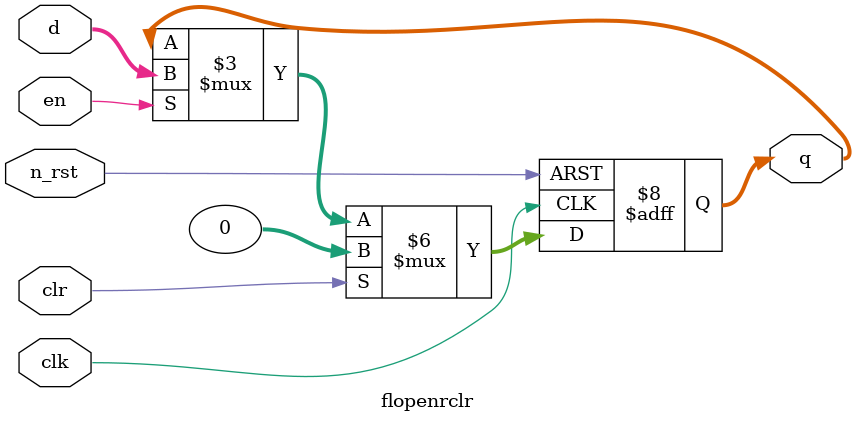
<source format=sv>
module flopenrclr#(
	parameter WIDTH=32,
	parameter RESET_VALUE=0
)
(
	clk,
	n_rst,
	en,
	clr,
	d,
	q
);
	input clk, n_rst, en, clr;
	input [WIDTH-1:0] d;
	output reg [WIDTH-1:0] q;	

	always@(posedge clk or negedge n_rst) begin 
		if(!n_rst) begin
			q <= RESET_VALUE;
		end
		else begin
			if(clr)
				q <= RESET_VALUE;
            else if(en)
                q <= d;
			end
    end
	

endmodule

</source>
